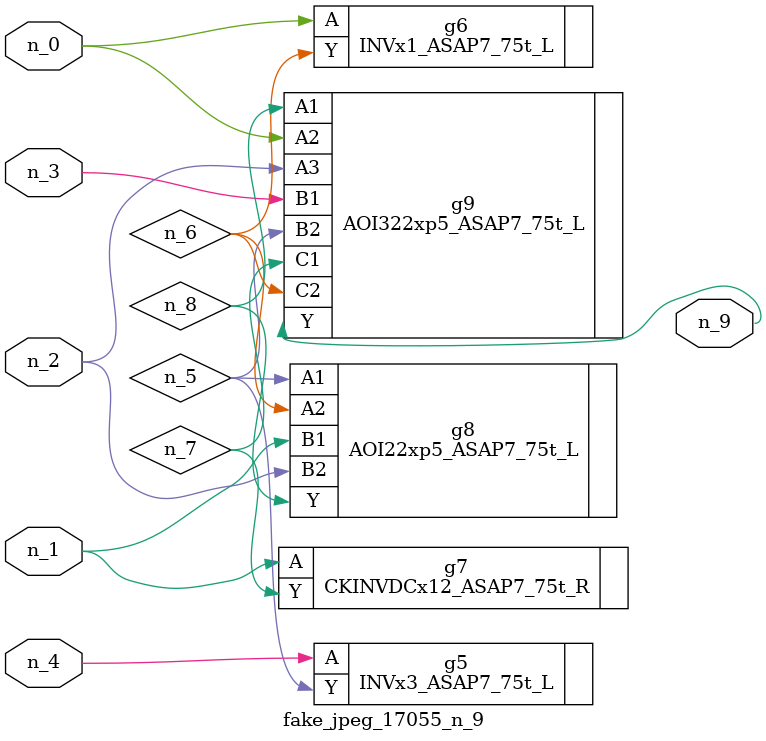
<source format=v>
module fake_jpeg_17055_n_9 (n_3, n_2, n_1, n_0, n_4, n_9);

input n_3;
input n_2;
input n_1;
input n_0;
input n_4;

output n_9;

wire n_8;
wire n_6;
wire n_5;
wire n_7;

INVx3_ASAP7_75t_L g5 ( 
.A(n_4),
.Y(n_5)
);

INVx1_ASAP7_75t_L g6 ( 
.A(n_0),
.Y(n_6)
);

CKINVDCx12_ASAP7_75t_R g7 ( 
.A(n_1),
.Y(n_7)
);

AOI22xp5_ASAP7_75t_L g8 ( 
.A1(n_5),
.A2(n_6),
.B1(n_1),
.B2(n_2),
.Y(n_8)
);

AOI322xp5_ASAP7_75t_L g9 ( 
.A1(n_8),
.A2(n_0),
.A3(n_2),
.B1(n_3),
.B2(n_5),
.C1(n_7),
.C2(n_6),
.Y(n_9)
);


endmodule
</source>
